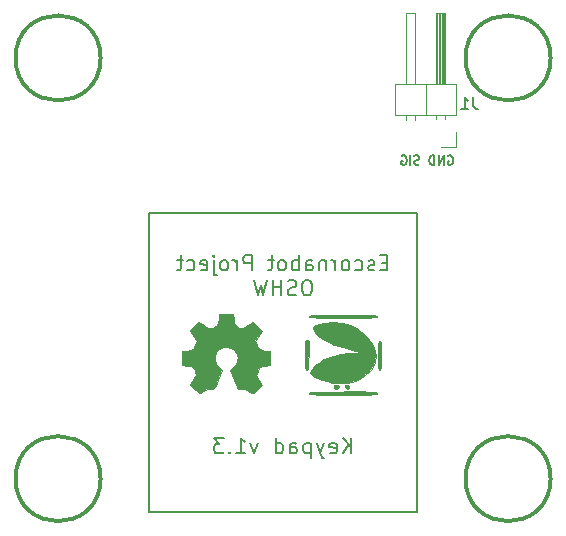
<source format=gbr>
G04 #@! TF.GenerationSoftware,KiCad,Pcbnew,(5.1.10-1-10_14)*
G04 #@! TF.CreationDate,2021-05-21T10:43:49+02:00*
G04 #@! TF.ProjectId,TecladoEB,5465636c-6164-46f4-9542-2e6b69636164,v1.3*
G04 #@! TF.SameCoordinates,PX5f5e100PY8b85c60*
G04 #@! TF.FileFunction,Legend,Bot*
G04 #@! TF.FilePolarity,Positive*
%FSLAX46Y46*%
G04 Gerber Fmt 4.6, Leading zero omitted, Abs format (unit mm)*
G04 Created by KiCad (PCBNEW (5.1.10-1-10_14)) date 2021-05-21 10:43:49*
%MOMM*%
%LPD*%
G01*
G04 APERTURE LIST*
%ADD10C,0.200000*%
%ADD11C,0.350000*%
%ADD12C,0.120000*%
%ADD13C,0.010000*%
%ADD14C,0.150000*%
G04 APERTURE END LIST*
D10*
X12800000Y2300000D02*
X12800000Y27600000D01*
X35509427Y2286000D02*
X12801600Y2286000D01*
X35500000Y27600000D02*
X35509200Y2286000D01*
X12800000Y27600000D02*
X35500000Y27600000D01*
X29916361Y7225696D02*
X29916361Y8546496D01*
X29161619Y7225696D02*
X29727676Y7980439D01*
X29161619Y8546496D02*
X29916361Y7791753D01*
X28092400Y7288591D02*
X28218190Y7225696D01*
X28469771Y7225696D01*
X28595561Y7288591D01*
X28658457Y7414381D01*
X28658457Y7917543D01*
X28595561Y8043334D01*
X28469771Y8106229D01*
X28218190Y8106229D01*
X28092400Y8043334D01*
X28029504Y7917543D01*
X28029504Y7791753D01*
X28658457Y7665962D01*
X27589238Y8106229D02*
X27274761Y7225696D01*
X26960285Y8106229D02*
X27274761Y7225696D01*
X27400552Y6911220D01*
X27463447Y6848324D01*
X27589238Y6785429D01*
X26457123Y8106229D02*
X26457123Y6785429D01*
X26457123Y8043334D02*
X26331333Y8106229D01*
X26079752Y8106229D01*
X25953961Y8043334D01*
X25891066Y7980439D01*
X25828171Y7854648D01*
X25828171Y7477277D01*
X25891066Y7351486D01*
X25953961Y7288591D01*
X26079752Y7225696D01*
X26331333Y7225696D01*
X26457123Y7288591D01*
X24696057Y7225696D02*
X24696057Y7917543D01*
X24758952Y8043334D01*
X24884742Y8106229D01*
X25136323Y8106229D01*
X25262114Y8043334D01*
X24696057Y7288591D02*
X24821847Y7225696D01*
X25136323Y7225696D01*
X25262114Y7288591D01*
X25325009Y7414381D01*
X25325009Y7540172D01*
X25262114Y7665962D01*
X25136323Y7728858D01*
X24821847Y7728858D01*
X24696057Y7791753D01*
X23501047Y7225696D02*
X23501047Y8546496D01*
X23501047Y7288591D02*
X23626838Y7225696D01*
X23878419Y7225696D01*
X24004209Y7288591D01*
X24067104Y7351486D01*
X24130000Y7477277D01*
X24130000Y7854648D01*
X24067104Y7980439D01*
X24004209Y8043334D01*
X23878419Y8106229D01*
X23626838Y8106229D01*
X23501047Y8043334D01*
X21991561Y8106229D02*
X21677085Y7225696D01*
X21362609Y8106229D01*
X20167600Y7225696D02*
X20922342Y7225696D01*
X20544971Y7225696D02*
X20544971Y8546496D01*
X20670761Y8357810D01*
X20796552Y8232020D01*
X20922342Y8169124D01*
X19601542Y7351486D02*
X19538647Y7288591D01*
X19601542Y7225696D01*
X19664438Y7288591D01*
X19601542Y7351486D01*
X19601542Y7225696D01*
X19098380Y8546496D02*
X18280742Y8546496D01*
X18721009Y8043334D01*
X18532323Y8043334D01*
X18406533Y7980439D01*
X18343638Y7917543D01*
X18280742Y7791753D01*
X18280742Y7477277D01*
X18343638Y7351486D01*
X18406533Y7288591D01*
X18532323Y7225696D01*
X18909695Y7225696D01*
X19035485Y7288591D01*
X19098380Y7351486D01*
X32954685Y23368215D02*
X32531352Y23368215D01*
X32349923Y22702977D02*
X32954685Y22702977D01*
X32954685Y23972977D01*
X32349923Y23972977D01*
X31866114Y22763453D02*
X31745161Y22702977D01*
X31503257Y22702977D01*
X31382304Y22763453D01*
X31321828Y22884405D01*
X31321828Y22944881D01*
X31382304Y23065834D01*
X31503257Y23126310D01*
X31684685Y23126310D01*
X31805638Y23186786D01*
X31866114Y23307739D01*
X31866114Y23368215D01*
X31805638Y23489167D01*
X31684685Y23549643D01*
X31503257Y23549643D01*
X31382304Y23489167D01*
X30233257Y22763453D02*
X30354209Y22702977D01*
X30596114Y22702977D01*
X30717066Y22763453D01*
X30777542Y22823929D01*
X30838019Y22944881D01*
X30838019Y23307739D01*
X30777542Y23428691D01*
X30717066Y23489167D01*
X30596114Y23549643D01*
X30354209Y23549643D01*
X30233257Y23489167D01*
X29507542Y22702977D02*
X29628495Y22763453D01*
X29688971Y22823929D01*
X29749447Y22944881D01*
X29749447Y23307739D01*
X29688971Y23428691D01*
X29628495Y23489167D01*
X29507542Y23549643D01*
X29326114Y23549643D01*
X29205161Y23489167D01*
X29144685Y23428691D01*
X29084209Y23307739D01*
X29084209Y22944881D01*
X29144685Y22823929D01*
X29205161Y22763453D01*
X29326114Y22702977D01*
X29507542Y22702977D01*
X28539923Y22702977D02*
X28539923Y23549643D01*
X28539923Y23307739D02*
X28479447Y23428691D01*
X28418971Y23489167D01*
X28298019Y23549643D01*
X28177066Y23549643D01*
X27753733Y23549643D02*
X27753733Y22702977D01*
X27753733Y23428691D02*
X27693257Y23489167D01*
X27572304Y23549643D01*
X27390876Y23549643D01*
X27269923Y23489167D01*
X27209447Y23368215D01*
X27209447Y22702977D01*
X26060400Y22702977D02*
X26060400Y23368215D01*
X26120876Y23489167D01*
X26241828Y23549643D01*
X26483733Y23549643D01*
X26604685Y23489167D01*
X26060400Y22763453D02*
X26181352Y22702977D01*
X26483733Y22702977D01*
X26604685Y22763453D01*
X26665161Y22884405D01*
X26665161Y23005358D01*
X26604685Y23126310D01*
X26483733Y23186786D01*
X26181352Y23186786D01*
X26060400Y23247262D01*
X25455638Y22702977D02*
X25455638Y23972977D01*
X25455638Y23489167D02*
X25334685Y23549643D01*
X25092780Y23549643D01*
X24971828Y23489167D01*
X24911352Y23428691D01*
X24850876Y23307739D01*
X24850876Y22944881D01*
X24911352Y22823929D01*
X24971828Y22763453D01*
X25092780Y22702977D01*
X25334685Y22702977D01*
X25455638Y22763453D01*
X24125161Y22702977D02*
X24246114Y22763453D01*
X24306590Y22823929D01*
X24367066Y22944881D01*
X24367066Y23307739D01*
X24306590Y23428691D01*
X24246114Y23489167D01*
X24125161Y23549643D01*
X23943733Y23549643D01*
X23822780Y23489167D01*
X23762304Y23428691D01*
X23701828Y23307739D01*
X23701828Y22944881D01*
X23762304Y22823929D01*
X23822780Y22763453D01*
X23943733Y22702977D01*
X24125161Y22702977D01*
X23338971Y23549643D02*
X22855161Y23549643D01*
X23157542Y23972977D02*
X23157542Y22884405D01*
X23097066Y22763453D01*
X22976114Y22702977D01*
X22855161Y22702977D01*
X21464209Y22702977D02*
X21464209Y23972977D01*
X20980400Y23972977D01*
X20859447Y23912500D01*
X20798971Y23852024D01*
X20738495Y23731072D01*
X20738495Y23549643D01*
X20798971Y23428691D01*
X20859447Y23368215D01*
X20980400Y23307739D01*
X21464209Y23307739D01*
X20194209Y22702977D02*
X20194209Y23549643D01*
X20194209Y23307739D02*
X20133733Y23428691D01*
X20073257Y23489167D01*
X19952304Y23549643D01*
X19831352Y23549643D01*
X19226590Y22702977D02*
X19347542Y22763453D01*
X19408019Y22823929D01*
X19468495Y22944881D01*
X19468495Y23307739D01*
X19408019Y23428691D01*
X19347542Y23489167D01*
X19226590Y23549643D01*
X19045161Y23549643D01*
X18924209Y23489167D01*
X18863733Y23428691D01*
X18803257Y23307739D01*
X18803257Y22944881D01*
X18863733Y22823929D01*
X18924209Y22763453D01*
X19045161Y22702977D01*
X19226590Y22702977D01*
X18258971Y23549643D02*
X18258971Y22461072D01*
X18319447Y22340120D01*
X18440400Y22279643D01*
X18500876Y22279643D01*
X18258971Y23972977D02*
X18319447Y23912500D01*
X18258971Y23852024D01*
X18198495Y23912500D01*
X18258971Y23972977D01*
X18258971Y23852024D01*
X17170400Y22763453D02*
X17291352Y22702977D01*
X17533257Y22702977D01*
X17654209Y22763453D01*
X17714685Y22884405D01*
X17714685Y23368215D01*
X17654209Y23489167D01*
X17533257Y23549643D01*
X17291352Y23549643D01*
X17170400Y23489167D01*
X17109923Y23368215D01*
X17109923Y23247262D01*
X17714685Y23126310D01*
X16021352Y22763453D02*
X16142304Y22702977D01*
X16384209Y22702977D01*
X16505161Y22763453D01*
X16565638Y22823929D01*
X16626114Y22944881D01*
X16626114Y23307739D01*
X16565638Y23428691D01*
X16505161Y23489167D01*
X16384209Y23549643D01*
X16142304Y23549643D01*
X16021352Y23489167D01*
X15658495Y23549643D02*
X15174685Y23549643D01*
X15477066Y23972977D02*
X15477066Y22884405D01*
X15416590Y22763453D01*
X15295638Y22702977D01*
X15174685Y22702977D01*
X26272066Y21867977D02*
X26030161Y21867977D01*
X25909209Y21807500D01*
X25788257Y21686548D01*
X25727780Y21444643D01*
X25727780Y21021310D01*
X25788257Y20779405D01*
X25909209Y20658453D01*
X26030161Y20597977D01*
X26272066Y20597977D01*
X26393019Y20658453D01*
X26513971Y20779405D01*
X26574447Y21021310D01*
X26574447Y21444643D01*
X26513971Y21686548D01*
X26393019Y21807500D01*
X26272066Y21867977D01*
X25243971Y20658453D02*
X25062542Y20597977D01*
X24760161Y20597977D01*
X24639209Y20658453D01*
X24578733Y20718929D01*
X24518257Y20839881D01*
X24518257Y20960834D01*
X24578733Y21081786D01*
X24639209Y21142262D01*
X24760161Y21202739D01*
X25002066Y21263215D01*
X25123019Y21323691D01*
X25183495Y21384167D01*
X25243971Y21505120D01*
X25243971Y21626072D01*
X25183495Y21747024D01*
X25123019Y21807500D01*
X25002066Y21867977D01*
X24699685Y21867977D01*
X24518257Y21807500D01*
X23973971Y20597977D02*
X23973971Y21867977D01*
X23973971Y21263215D02*
X23248257Y21263215D01*
X23248257Y20597977D02*
X23248257Y21867977D01*
X22764447Y21867977D02*
X22462066Y20597977D01*
X22220161Y21505120D01*
X21978257Y20597977D01*
X21675876Y21867977D01*
D11*
X8680000Y5080000D02*
G75*
G03*
X8680000Y5080000I-3600000J0D01*
G01*
X46780000Y40700000D02*
G75*
G03*
X46780000Y40700000I-3600000J0D01*
G01*
X46780000Y5080000D02*
G75*
G03*
X46780000Y5080000I-3600000J0D01*
G01*
X8680000Y40700000D02*
G75*
G03*
X8680000Y40700000I-3600000J0D01*
G01*
D12*
X38795000Y35831600D02*
X33595000Y35831600D01*
X33595000Y35831600D02*
X33595000Y38491600D01*
X33595000Y38491600D02*
X38795000Y38491600D01*
X38795000Y38491600D02*
X38795000Y35831600D01*
X37845000Y38491600D02*
X37845000Y44491600D01*
X37845000Y44491600D02*
X37085000Y44491600D01*
X37085000Y44491600D02*
X37085000Y38491600D01*
X37785000Y38491600D02*
X37785000Y44491600D01*
X37665000Y38491600D02*
X37665000Y44491600D01*
X37545000Y38491600D02*
X37545000Y44491600D01*
X37425000Y38491600D02*
X37425000Y44491600D01*
X37305000Y38491600D02*
X37305000Y44491600D01*
X37185000Y38491600D02*
X37185000Y44491600D01*
X37845000Y35501600D02*
X37845000Y35831600D01*
X37085000Y35501600D02*
X37085000Y35831600D01*
X36195000Y35831600D02*
X36195000Y38491600D01*
X35305000Y38491600D02*
X35305000Y44491600D01*
X35305000Y44491600D02*
X34545000Y44491600D01*
X34545000Y44491600D02*
X34545000Y38491600D01*
X35305000Y35434529D02*
X35305000Y35831600D01*
X34545000Y35434529D02*
X34545000Y35831600D01*
X37465000Y33121600D02*
X38735000Y33121600D01*
X38735000Y33121600D02*
X38735000Y34391600D01*
D13*
G36*
X28427075Y18956087D02*
G01*
X27797422Y18953278D01*
X27304985Y18947729D01*
X26933709Y18938733D01*
X26667538Y18925582D01*
X26490416Y18907567D01*
X26386287Y18883979D01*
X26339094Y18854111D01*
X26331333Y18829866D01*
X26348994Y18795326D01*
X26412680Y18767547D01*
X26538448Y18745822D01*
X26742353Y18729442D01*
X27040450Y18717699D01*
X27448797Y18709885D01*
X27983448Y18705291D01*
X28660460Y18703209D01*
X29210000Y18702866D01*
X29992925Y18703646D01*
X30622578Y18706455D01*
X31115015Y18712004D01*
X31486291Y18721000D01*
X31752462Y18734151D01*
X31929584Y18752166D01*
X32033714Y18775754D01*
X32080906Y18805622D01*
X32088667Y18829866D01*
X32071006Y18864407D01*
X32007320Y18892186D01*
X31881552Y18913911D01*
X31677648Y18930291D01*
X31379550Y18942034D01*
X30971203Y18949848D01*
X30436552Y18954442D01*
X29759540Y18956524D01*
X29210000Y18956866D01*
X28427075Y18956087D01*
G37*
X28427075Y18956087D02*
X27797422Y18953278D01*
X27304985Y18947729D01*
X26933709Y18938733D01*
X26667538Y18925582D01*
X26490416Y18907567D01*
X26386287Y18883979D01*
X26339094Y18854111D01*
X26331333Y18829866D01*
X26348994Y18795326D01*
X26412680Y18767547D01*
X26538448Y18745822D01*
X26742353Y18729442D01*
X27040450Y18717699D01*
X27448797Y18709885D01*
X27983448Y18705291D01*
X28660460Y18703209D01*
X29210000Y18702866D01*
X29992925Y18703646D01*
X30622578Y18706455D01*
X31115015Y18712004D01*
X31486291Y18721000D01*
X31752462Y18734151D01*
X31929584Y18752166D01*
X32033714Y18775754D01*
X32080906Y18805622D01*
X32088667Y18829866D01*
X32071006Y18864407D01*
X32007320Y18892186D01*
X31881552Y18913911D01*
X31677648Y18930291D01*
X31379550Y18942034D01*
X30971203Y18949848D01*
X30436552Y18954442D01*
X29759540Y18956524D01*
X29210000Y18956866D01*
X28427075Y18956087D01*
G36*
X26102543Y16833530D02*
G01*
X26054282Y16796715D01*
X26022722Y16704542D01*
X26004324Y16531802D01*
X25995545Y16253283D01*
X25992844Y15843775D01*
X25992667Y15570200D01*
X25994970Y15073146D01*
X26003450Y14721845D01*
X26020460Y14492761D01*
X26048354Y14362357D01*
X26089485Y14307097D01*
X26119667Y14300200D01*
X26234192Y14334783D01*
X26249508Y14363700D01*
X26281020Y15074886D01*
X26304238Y15634959D01*
X26318590Y16061965D01*
X26323506Y16373947D01*
X26318412Y16588951D01*
X26302738Y16725021D01*
X26275911Y16800202D01*
X26237360Y16832539D01*
X26186514Y16840076D01*
X26171046Y16840200D01*
X26102543Y16833530D01*
G37*
X26102543Y16833530D02*
X26054282Y16796715D01*
X26022722Y16704542D01*
X26004324Y16531802D01*
X25995545Y16253283D01*
X25992844Y15843775D01*
X25992667Y15570200D01*
X25994970Y15073146D01*
X26003450Y14721845D01*
X26020460Y14492761D01*
X26048354Y14362357D01*
X26089485Y14307097D01*
X26119667Y14300200D01*
X26234192Y14334783D01*
X26249508Y14363700D01*
X26281020Y15074886D01*
X26304238Y15634959D01*
X26318590Y16061965D01*
X26323506Y16373947D01*
X26318412Y16588951D01*
X26302738Y16725021D01*
X26275911Y16800202D01*
X26237360Y16832539D01*
X26186514Y16840076D01*
X26171046Y16840200D01*
X26102543Y16833530D01*
G36*
X32249889Y16732164D02*
G01*
X32214485Y16646129D01*
X32191651Y16473536D01*
X32178914Y16190496D01*
X32173804Y15773116D01*
X32173333Y15527866D01*
X32175751Y15040235D01*
X32184651Y14697998D01*
X32202506Y14477265D01*
X32231786Y14354145D01*
X32274963Y14304746D01*
X32300333Y14300200D01*
X32350778Y14323569D01*
X32386182Y14409604D01*
X32409016Y14582197D01*
X32421753Y14865237D01*
X32426863Y15282617D01*
X32427333Y15527866D01*
X32424916Y16015498D01*
X32416016Y16357735D01*
X32398161Y16578468D01*
X32368881Y16701588D01*
X32325704Y16750987D01*
X32300333Y16755533D01*
X32249889Y16732164D01*
G37*
X32249889Y16732164D02*
X32214485Y16646129D01*
X32191651Y16473536D01*
X32178914Y16190496D01*
X32173804Y15773116D01*
X32173333Y15527866D01*
X32175751Y15040235D01*
X32184651Y14697998D01*
X32202506Y14477265D01*
X32231786Y14354145D01*
X32274963Y14304746D01*
X32300333Y14300200D01*
X32350778Y14323569D01*
X32386182Y14409604D01*
X32409016Y14582197D01*
X32421753Y14865237D01*
X32426863Y15282617D01*
X32427333Y15527866D01*
X32424916Y16015498D01*
X32416016Y16357735D01*
X32398161Y16578468D01*
X32368881Y16701588D01*
X32325704Y16750987D01*
X32300333Y16755533D01*
X32249889Y16732164D01*
G36*
X27632778Y18299195D02*
G01*
X27194440Y18187094D01*
X26901734Y18077874D01*
X26740162Y17984294D01*
X26676047Y17883127D01*
X26670000Y17825385D01*
X26751644Y17553985D01*
X26986996Y17270514D01*
X27361687Y16983487D01*
X27861348Y16701418D01*
X28471611Y16432824D01*
X29178105Y16186218D01*
X29678079Y16042817D01*
X30776333Y15752567D01*
X30131023Y15746050D01*
X29612352Y15707104D01*
X29025732Y15609090D01*
X28429618Y15466147D01*
X27882467Y15292418D01*
X27442734Y15102041D01*
X27421386Y15090585D01*
X27147407Y14911565D01*
X26874148Y14684144D01*
X26637371Y14444302D01*
X26472837Y14228020D01*
X26416000Y14079059D01*
X26493827Y13932007D01*
X26705684Y13767544D01*
X27019136Y13599289D01*
X27401750Y13440865D01*
X27821088Y13305893D01*
X28244718Y13207996D01*
X28596648Y13163244D01*
X28978955Y13154266D01*
X29372633Y13169967D01*
X29614039Y13196011D01*
X30178024Y13344350D01*
X30712669Y13595002D01*
X31187267Y13924406D01*
X31571111Y14309003D01*
X31833495Y14725232D01*
X31915587Y14961914D01*
X31975329Y15542259D01*
X31869748Y16099050D01*
X31598108Y16633666D01*
X31159671Y17147483D01*
X30553699Y17641878D01*
X30437667Y17721611D01*
X29796099Y18059994D01*
X29087104Y18273022D01*
X28352168Y18354740D01*
X27632778Y18299195D01*
G37*
X27632778Y18299195D02*
X27194440Y18187094D01*
X26901734Y18077874D01*
X26740162Y17984294D01*
X26676047Y17883127D01*
X26670000Y17825385D01*
X26751644Y17553985D01*
X26986996Y17270514D01*
X27361687Y16983487D01*
X27861348Y16701418D01*
X28471611Y16432824D01*
X29178105Y16186218D01*
X29678079Y16042817D01*
X30776333Y15752567D01*
X30131023Y15746050D01*
X29612352Y15707104D01*
X29025732Y15609090D01*
X28429618Y15466147D01*
X27882467Y15292418D01*
X27442734Y15102041D01*
X27421386Y15090585D01*
X27147407Y14911565D01*
X26874148Y14684144D01*
X26637371Y14444302D01*
X26472837Y14228020D01*
X26416000Y14079059D01*
X26493827Y13932007D01*
X26705684Y13767544D01*
X27019136Y13599289D01*
X27401750Y13440865D01*
X27821088Y13305893D01*
X28244718Y13207996D01*
X28596648Y13163244D01*
X28978955Y13154266D01*
X29372633Y13169967D01*
X29614039Y13196011D01*
X30178024Y13344350D01*
X30712669Y13595002D01*
X31187267Y13924406D01*
X31571111Y14309003D01*
X31833495Y14725232D01*
X31915587Y14961914D01*
X31975329Y15542259D01*
X31869748Y16099050D01*
X31598108Y16633666D01*
X31159671Y17147483D01*
X30553699Y17641878D01*
X30437667Y17721611D01*
X29796099Y18059994D01*
X29087104Y18273022D01*
X28352168Y18354740D01*
X27632778Y18299195D01*
G36*
X29407163Y12970331D02*
G01*
X29379333Y12860866D01*
X29439202Y12719362D01*
X29548667Y12691533D01*
X29690171Y12751402D01*
X29718000Y12860866D01*
X29658132Y13002371D01*
X29548667Y13030200D01*
X29407163Y12970331D01*
G37*
X29407163Y12970331D02*
X29379333Y12860866D01*
X29439202Y12719362D01*
X29548667Y12691533D01*
X29690171Y12751402D01*
X29718000Y12860866D01*
X29658132Y13002371D01*
X29548667Y13030200D01*
X29407163Y12970331D01*
G36*
X28477776Y12986743D02*
G01*
X28463278Y12846332D01*
X28537255Y12669028D01*
X28664335Y12638401D01*
X28781249Y12727338D01*
X28843100Y12887703D01*
X28757442Y12999956D01*
X28606448Y13030200D01*
X28477776Y12986743D01*
G37*
X28477776Y12986743D02*
X28463278Y12846332D01*
X28537255Y12669028D01*
X28664335Y12638401D01*
X28781249Y12727338D01*
X28843100Y12887703D01*
X28757442Y12999956D01*
X28606448Y13030200D01*
X28477776Y12986743D01*
G36*
X29683184Y12461375D02*
G01*
X28893045Y12457111D01*
X27948637Y12450263D01*
X27834167Y12449366D01*
X27287191Y12443188D01*
X26887805Y12433206D01*
X26614274Y12417411D01*
X26444865Y12393796D01*
X26357843Y12360353D01*
X26331475Y12315074D01*
X26331333Y12310533D01*
X26348994Y12275992D01*
X26412680Y12248214D01*
X26538448Y12226488D01*
X26742353Y12210109D01*
X27040450Y12198366D01*
X27448797Y12190552D01*
X27983448Y12185958D01*
X28660460Y12183876D01*
X29210000Y12183533D01*
X29992925Y12184312D01*
X30622578Y12187122D01*
X31115015Y12192671D01*
X31486291Y12201666D01*
X31752462Y12214818D01*
X31929584Y12232833D01*
X32033714Y12256421D01*
X32080906Y12286289D01*
X32088667Y12310533D01*
X32077041Y12349420D01*
X32033127Y12381744D01*
X31943372Y12407946D01*
X31794222Y12428469D01*
X31572124Y12443755D01*
X31263525Y12454246D01*
X30854871Y12460385D01*
X30332608Y12462614D01*
X29683184Y12461375D01*
G37*
X29683184Y12461375D02*
X28893045Y12457111D01*
X27948637Y12450263D01*
X27834167Y12449366D01*
X27287191Y12443188D01*
X26887805Y12433206D01*
X26614274Y12417411D01*
X26444865Y12393796D01*
X26357843Y12360353D01*
X26331475Y12315074D01*
X26331333Y12310533D01*
X26348994Y12275992D01*
X26412680Y12248214D01*
X26538448Y12226488D01*
X26742353Y12210109D01*
X27040450Y12198366D01*
X27448797Y12190552D01*
X27983448Y12185958D01*
X28660460Y12183876D01*
X29210000Y12183533D01*
X29992925Y12184312D01*
X30622578Y12187122D01*
X31115015Y12192671D01*
X31486291Y12201666D01*
X31752462Y12214818D01*
X31929584Y12232833D01*
X32033714Y12256421D01*
X32080906Y12286289D01*
X32088667Y12310533D01*
X32077041Y12349420D01*
X32033127Y12381744D01*
X31943372Y12407946D01*
X31794222Y12428469D01*
X31572124Y12443755D01*
X31263525Y12454246D01*
X30854871Y12460385D01*
X30332608Y12462614D01*
X29683184Y12461375D01*
G36*
X18671354Y18592985D02*
G01*
X18618545Y18284313D01*
X18543845Y18093941D01*
X18414112Y17971208D01*
X18196206Y17865454D01*
X18195112Y17864997D01*
X18026059Y17802044D01*
X17894641Y17794043D01*
X17747055Y17854310D01*
X17529503Y17996161D01*
X17454460Y18048313D01*
X17012429Y18356401D01*
X16618897Y17962869D01*
X16225364Y17569337D01*
X16837324Y16695159D01*
X16694829Y16386680D01*
X16582398Y16163269D01*
X16470649Y16035399D01*
X16305307Y15966722D01*
X16032097Y15920890D01*
X15991159Y15915421D01*
X15578667Y15860702D01*
X15578667Y14700712D01*
X16039423Y14643144D01*
X16306893Y14602758D01*
X16460982Y14540961D01*
X16556693Y14418422D01*
X16643044Y14211492D01*
X16785908Y13837407D01*
X16261410Y13031097D01*
X16615000Y12670816D01*
X16818342Y12477927D01*
X16983034Y12347181D01*
X17058308Y12310534D01*
X17177706Y12354919D01*
X17374482Y12466920D01*
X17469100Y12528710D01*
X17696305Y12663152D01*
X17867555Y12699792D01*
X18025054Y12665006D01*
X18129761Y12633809D01*
X18210365Y12642461D01*
X18285651Y12715674D01*
X18374401Y12878158D01*
X18495402Y13154624D01*
X18613371Y13438938D01*
X18966808Y14294750D01*
X18714109Y14492517D01*
X18459547Y14781842D01*
X18341985Y15115193D01*
X18349843Y15458198D01*
X18471543Y15776482D01*
X18695504Y16035673D01*
X19010150Y16201396D01*
X19304000Y16243685D01*
X19683090Y16169169D01*
X19989229Y15967831D01*
X20197152Y15672990D01*
X20281592Y15317962D01*
X20241575Y15007312D01*
X20108949Y14738334D01*
X19913307Y14508406D01*
X19893892Y14492517D01*
X19641192Y14294750D01*
X19994630Y13438938D01*
X20150581Y13064844D01*
X20260724Y12822568D01*
X20343842Y12687400D01*
X20418721Y12634629D01*
X20504145Y12639544D01*
X20582947Y12665006D01*
X20761485Y12699977D01*
X20936037Y12651841D01*
X21138900Y12528710D01*
X21350688Y12397199D01*
X21511090Y12319499D01*
X21549693Y12310534D01*
X21653043Y12366898D01*
X21828959Y12512969D01*
X21993000Y12670816D01*
X22346590Y13031097D01*
X21822092Y13837407D01*
X21964956Y14211492D01*
X22056035Y14427505D01*
X22153550Y14545632D01*
X22312502Y14605204D01*
X22568577Y14643144D01*
X23029333Y14700712D01*
X23029333Y15860702D01*
X22616842Y15915421D01*
X22327689Y15960956D01*
X22152669Y16025141D01*
X22037505Y16144324D01*
X21927923Y16354852D01*
X21913172Y16386680D01*
X21770676Y16695159D01*
X22382636Y17569337D01*
X21991165Y17960807D01*
X21599695Y18352278D01*
X21144837Y18050270D01*
X20893491Y17888878D01*
X20728381Y17810640D01*
X20596326Y17802609D01*
X20444142Y17851835D01*
X20401889Y17869395D01*
X20189140Y17973766D01*
X20062187Y18096445D01*
X19988581Y18287897D01*
X19936646Y18592985D01*
X19880777Y18999200D01*
X18727223Y18999200D01*
X18671354Y18592985D01*
G37*
X18671354Y18592985D02*
X18618545Y18284313D01*
X18543845Y18093941D01*
X18414112Y17971208D01*
X18196206Y17865454D01*
X18195112Y17864997D01*
X18026059Y17802044D01*
X17894641Y17794043D01*
X17747055Y17854310D01*
X17529503Y17996161D01*
X17454460Y18048313D01*
X17012429Y18356401D01*
X16618897Y17962869D01*
X16225364Y17569337D01*
X16837324Y16695159D01*
X16694829Y16386680D01*
X16582398Y16163269D01*
X16470649Y16035399D01*
X16305307Y15966722D01*
X16032097Y15920890D01*
X15991159Y15915421D01*
X15578667Y15860702D01*
X15578667Y14700712D01*
X16039423Y14643144D01*
X16306893Y14602758D01*
X16460982Y14540961D01*
X16556693Y14418422D01*
X16643044Y14211492D01*
X16785908Y13837407D01*
X16261410Y13031097D01*
X16615000Y12670816D01*
X16818342Y12477927D01*
X16983034Y12347181D01*
X17058308Y12310534D01*
X17177706Y12354919D01*
X17374482Y12466920D01*
X17469100Y12528710D01*
X17696305Y12663152D01*
X17867555Y12699792D01*
X18025054Y12665006D01*
X18129761Y12633809D01*
X18210365Y12642461D01*
X18285651Y12715674D01*
X18374401Y12878158D01*
X18495402Y13154624D01*
X18613371Y13438938D01*
X18966808Y14294750D01*
X18714109Y14492517D01*
X18459547Y14781842D01*
X18341985Y15115193D01*
X18349843Y15458198D01*
X18471543Y15776482D01*
X18695504Y16035673D01*
X19010150Y16201396D01*
X19304000Y16243685D01*
X19683090Y16169169D01*
X19989229Y15967831D01*
X20197152Y15672990D01*
X20281592Y15317962D01*
X20241575Y15007312D01*
X20108949Y14738334D01*
X19913307Y14508406D01*
X19893892Y14492517D01*
X19641192Y14294750D01*
X19994630Y13438938D01*
X20150581Y13064844D01*
X20260724Y12822568D01*
X20343842Y12687400D01*
X20418721Y12634629D01*
X20504145Y12639544D01*
X20582947Y12665006D01*
X20761485Y12699977D01*
X20936037Y12651841D01*
X21138900Y12528710D01*
X21350688Y12397199D01*
X21511090Y12319499D01*
X21549693Y12310534D01*
X21653043Y12366898D01*
X21828959Y12512969D01*
X21993000Y12670816D01*
X22346590Y13031097D01*
X21822092Y13837407D01*
X21964956Y14211492D01*
X22056035Y14427505D01*
X22153550Y14545632D01*
X22312502Y14605204D01*
X22568577Y14643144D01*
X23029333Y14700712D01*
X23029333Y15860702D01*
X22616842Y15915421D01*
X22327689Y15960956D01*
X22152669Y16025141D01*
X22037505Y16144324D01*
X21927923Y16354852D01*
X21913172Y16386680D01*
X21770676Y16695159D01*
X22382636Y17569337D01*
X21991165Y17960807D01*
X21599695Y18352278D01*
X21144837Y18050270D01*
X20893491Y17888878D01*
X20728381Y17810640D01*
X20596326Y17802609D01*
X20444142Y17851835D01*
X20401889Y17869395D01*
X20189140Y17973766D01*
X20062187Y18096445D01*
X19988581Y18287897D01*
X19936646Y18592985D01*
X19880777Y18999200D01*
X18727223Y18999200D01*
X18671354Y18592985D01*
D14*
X40211333Y37377620D02*
X40211333Y36663334D01*
X40258952Y36520477D01*
X40354190Y36425239D01*
X40497047Y36377620D01*
X40592285Y36377620D01*
X39211333Y36377620D02*
X39782761Y36377620D01*
X39497047Y36377620D02*
X39497047Y37377620D01*
X39592285Y37234762D01*
X39687523Y37139524D01*
X39782761Y37091905D01*
X38089857Y32404000D02*
X38161285Y32442096D01*
X38268428Y32442096D01*
X38375571Y32404000D01*
X38447000Y32327810D01*
X38482714Y32251620D01*
X38518428Y32099239D01*
X38518428Y31984953D01*
X38482714Y31832572D01*
X38447000Y31756381D01*
X38375571Y31680191D01*
X38268428Y31642096D01*
X38197000Y31642096D01*
X38089857Y31680191D01*
X38054142Y31718286D01*
X38054142Y31984953D01*
X38197000Y31984953D01*
X37732714Y31642096D02*
X37732714Y32442096D01*
X37304142Y31642096D01*
X37304142Y32442096D01*
X36947000Y31642096D02*
X36947000Y32442096D01*
X36768428Y32442096D01*
X36661285Y32404000D01*
X36589857Y32327810D01*
X36554142Y32251620D01*
X36518428Y32099239D01*
X36518428Y31984953D01*
X36554142Y31832572D01*
X36589857Y31756381D01*
X36661285Y31680191D01*
X36768428Y31642096D01*
X36947000Y31642096D01*
X35661285Y31680191D02*
X35554142Y31642096D01*
X35375571Y31642096D01*
X35304142Y31680191D01*
X35268428Y31718286D01*
X35232714Y31794477D01*
X35232714Y31870667D01*
X35268428Y31946858D01*
X35304142Y31984953D01*
X35375571Y32023048D01*
X35518428Y32061143D01*
X35589857Y32099239D01*
X35625571Y32137334D01*
X35661285Y32213524D01*
X35661285Y32289715D01*
X35625571Y32365905D01*
X35589857Y32404000D01*
X35518428Y32442096D01*
X35339857Y32442096D01*
X35232714Y32404000D01*
X34911285Y31642096D02*
X34911285Y32442096D01*
X34161285Y32404000D02*
X34232714Y32442096D01*
X34339857Y32442096D01*
X34447000Y32404000D01*
X34518428Y32327810D01*
X34554142Y32251620D01*
X34589857Y32099239D01*
X34589857Y31984953D01*
X34554142Y31832572D01*
X34518428Y31756381D01*
X34447000Y31680191D01*
X34339857Y31642096D01*
X34268428Y31642096D01*
X34161285Y31680191D01*
X34125571Y31718286D01*
X34125571Y31984953D01*
X34268428Y31984953D01*
M02*

</source>
